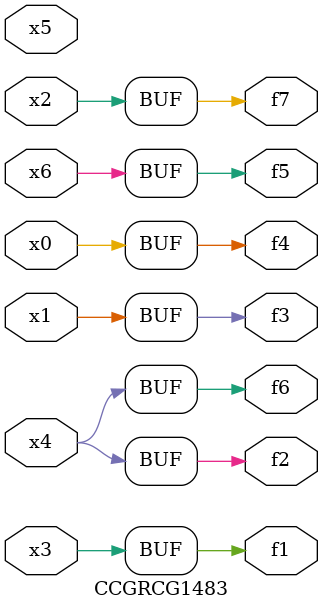
<source format=v>
module CCGRCG1483(
	input x0, x1, x2, x3, x4, x5, x6,
	output f1, f2, f3, f4, f5, f6, f7
);
	assign f1 = x3;
	assign f2 = x4;
	assign f3 = x1;
	assign f4 = x0;
	assign f5 = x6;
	assign f6 = x4;
	assign f7 = x2;
endmodule

</source>
